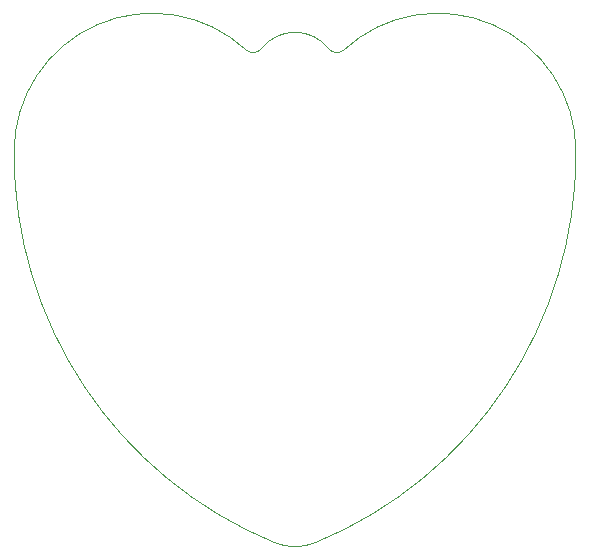
<source format=gbr>
%TF.GenerationSoftware,KiCad,Pcbnew,(5.1.9)-1*%
%TF.CreationDate,2021-12-28T16:52:40+01:00*%
%TF.ProjectId,heart,68656172-742e-46b6-9963-61645f706362,rev?*%
%TF.SameCoordinates,Original*%
%TF.FileFunction,Profile,NP*%
%FSLAX46Y46*%
G04 Gerber Fmt 4.6, Leading zero omitted, Abs format (unit mm)*
G04 Created by KiCad (PCBNEW (5.1.9)-1) date 2021-12-28 16:52:40*
%MOMM*%
%LPD*%
G01*
G04 APERTURE LIST*
%TA.AperFunction,Profile*%
%ADD10C,0.010000*%
%TD*%
G04 APERTURE END LIST*
D10*
X54153781Y-59131305D02*
G75*
G02*
X52835056Y-59024194I-609961J661776D01*
G01*
X47164944Y-59024194D02*
G75*
G02*
X52835056Y-59024194I2835056J-2218661D01*
G01*
X47164943Y-59024194D02*
G75*
G02*
X45846218Y-59131305I-708764J554665D01*
G01*
X26216718Y-67734388D02*
G75*
G02*
X45846218Y-59131305I11700000J0D01*
G01*
X48293316Y-100864006D02*
G75*
G02*
X26216718Y-67734388I13488956J32909047D01*
G01*
X51706682Y-100864007D02*
G75*
G02*
X48293316Y-100864006I-1706682J4163801D01*
G01*
X73783281Y-67734388D02*
G75*
G02*
X51706683Y-100864006I-35565554J-220571D01*
G01*
X54153781Y-59131305D02*
G75*
G02*
X73783281Y-67734388I7929500J-8603083D01*
G01*
M02*

</source>
